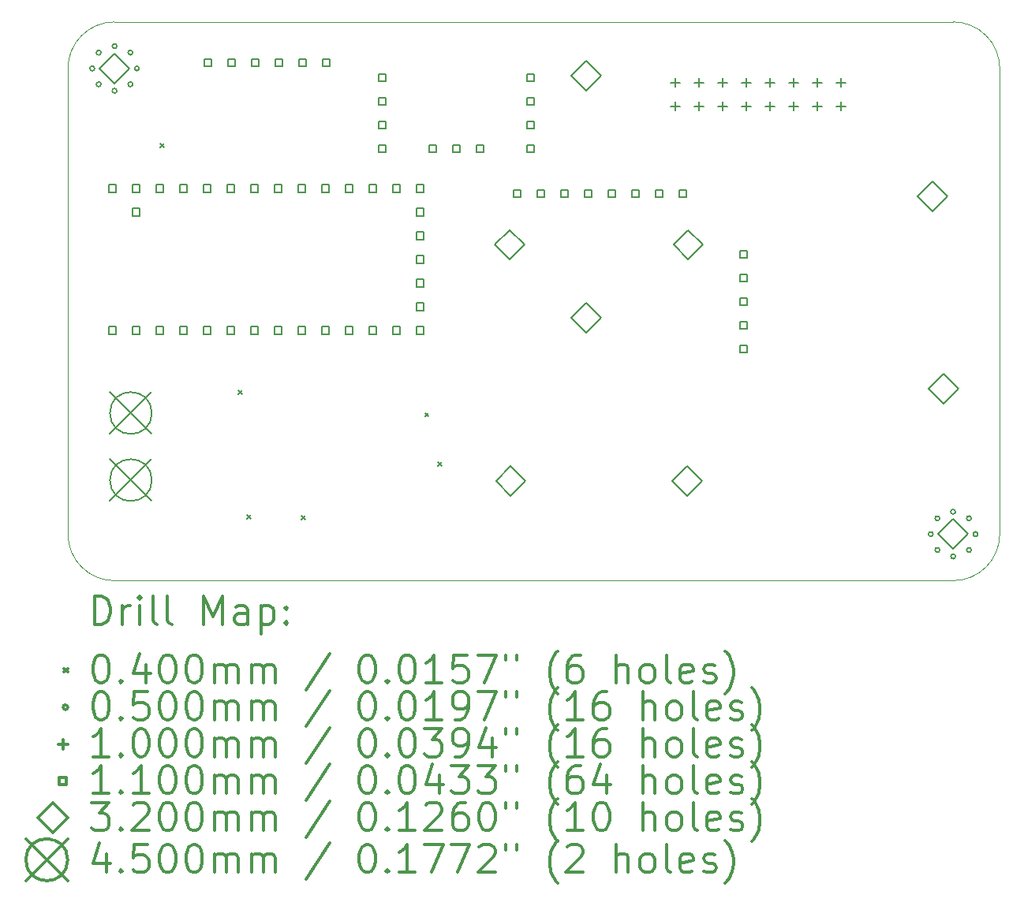
<source format=gbr>
%FSLAX45Y45*%
G04 Gerber Fmt 4.5, Leading zero omitted, Abs format (unit mm)*
G04 Created by KiCad (PCBNEW 5.1.10-88a1d61d58~88~ubuntu18.04.1) date 2021-05-26 16:46:39*
%MOMM*%
%LPD*%
G01*
G04 APERTURE LIST*
%TA.AperFunction,Profile*%
%ADD10C,0.050000*%
%TD*%
%ADD11C,0.200000*%
%ADD12C,0.300000*%
G04 APERTURE END LIST*
D10*
X13500000Y-9000000D02*
G75*
G02*
X13000000Y-9500000I-500000J0D01*
G01*
X4000000Y-9500000D02*
G75*
G02*
X3500000Y-9000000I0J500000D01*
G01*
X3500000Y-4000000D02*
G75*
G02*
X4000000Y-3500000I500000J0D01*
G01*
X13000000Y-3500000D02*
G75*
G02*
X13500000Y-4000000I0J-500000D01*
G01*
X3500000Y-9000000D02*
X3500000Y-4000000D01*
X13000000Y-9500000D02*
X4000000Y-9500000D01*
X13500000Y-4000000D02*
X13500000Y-9000000D01*
X4000000Y-3500000D02*
X13000000Y-3500000D01*
D11*
X4490002Y-4805000D02*
X4530002Y-4845000D01*
X4530002Y-4805000D02*
X4490002Y-4845000D01*
X5330000Y-7455000D02*
X5370000Y-7495000D01*
X5370000Y-7455000D02*
X5330000Y-7495000D01*
X5423749Y-8796251D02*
X5463749Y-8836251D01*
X5463749Y-8796251D02*
X5423749Y-8836251D01*
X6006250Y-8801250D02*
X6046250Y-8841250D01*
X6046250Y-8801250D02*
X6006250Y-8841250D01*
X7331250Y-7698750D02*
X7371250Y-7738750D01*
X7371250Y-7698750D02*
X7331250Y-7738750D01*
X7470000Y-8230000D02*
X7510000Y-8270000D01*
X7510000Y-8230000D02*
X7470000Y-8270000D01*
X3785000Y-4000000D02*
G75*
G03*
X3785000Y-4000000I-25000J0D01*
G01*
X3855294Y-3830294D02*
G75*
G03*
X3855294Y-3830294I-25000J0D01*
G01*
X3855294Y-4169706D02*
G75*
G03*
X3855294Y-4169706I-25000J0D01*
G01*
X4025000Y-3760000D02*
G75*
G03*
X4025000Y-3760000I-25000J0D01*
G01*
X4025000Y-4240000D02*
G75*
G03*
X4025000Y-4240000I-25000J0D01*
G01*
X4194706Y-3830294D02*
G75*
G03*
X4194706Y-3830294I-25000J0D01*
G01*
X4194706Y-4169706D02*
G75*
G03*
X4194706Y-4169706I-25000J0D01*
G01*
X4265000Y-4000000D02*
G75*
G03*
X4265000Y-4000000I-25000J0D01*
G01*
X12785000Y-9000000D02*
G75*
G03*
X12785000Y-9000000I-25000J0D01*
G01*
X12855294Y-8830294D02*
G75*
G03*
X12855294Y-8830294I-25000J0D01*
G01*
X12855294Y-9169706D02*
G75*
G03*
X12855294Y-9169706I-25000J0D01*
G01*
X13025000Y-8760000D02*
G75*
G03*
X13025000Y-8760000I-25000J0D01*
G01*
X13025000Y-9240000D02*
G75*
G03*
X13025000Y-9240000I-25000J0D01*
G01*
X13194706Y-8830294D02*
G75*
G03*
X13194706Y-8830294I-25000J0D01*
G01*
X13194706Y-9169706D02*
G75*
G03*
X13194706Y-9169706I-25000J0D01*
G01*
X13265000Y-9000000D02*
G75*
G03*
X13265000Y-9000000I-25000J0D01*
G01*
X10017000Y-4100000D02*
X10017000Y-4200000D01*
X9967000Y-4150000D02*
X10067000Y-4150000D01*
X10017000Y-4354000D02*
X10017000Y-4454000D01*
X9967000Y-4404000D02*
X10067000Y-4404000D01*
X10271000Y-4100000D02*
X10271000Y-4200000D01*
X10221000Y-4150000D02*
X10321000Y-4150000D01*
X10271000Y-4354000D02*
X10271000Y-4454000D01*
X10221000Y-4404000D02*
X10321000Y-4404000D01*
X10525000Y-4100000D02*
X10525000Y-4200000D01*
X10475000Y-4150000D02*
X10575000Y-4150000D01*
X10525000Y-4354000D02*
X10525000Y-4454000D01*
X10475000Y-4404000D02*
X10575000Y-4404000D01*
X10779000Y-4100000D02*
X10779000Y-4200000D01*
X10729000Y-4150000D02*
X10829000Y-4150000D01*
X10779000Y-4354000D02*
X10779000Y-4454000D01*
X10729000Y-4404000D02*
X10829000Y-4404000D01*
X11033000Y-4100000D02*
X11033000Y-4200000D01*
X10983000Y-4150000D02*
X11083000Y-4150000D01*
X11033000Y-4354000D02*
X11033000Y-4454000D01*
X10983000Y-4404000D02*
X11083000Y-4404000D01*
X11287000Y-4100000D02*
X11287000Y-4200000D01*
X11237000Y-4150000D02*
X11337000Y-4150000D01*
X11287000Y-4354000D02*
X11287000Y-4454000D01*
X11237000Y-4404000D02*
X11337000Y-4404000D01*
X11541000Y-4100000D02*
X11541000Y-4200000D01*
X11491000Y-4150000D02*
X11591000Y-4150000D01*
X11541000Y-4354000D02*
X11541000Y-4454000D01*
X11491000Y-4404000D02*
X11591000Y-4404000D01*
X11795000Y-4100000D02*
X11795000Y-4200000D01*
X11745000Y-4150000D02*
X11845000Y-4150000D01*
X11795000Y-4354000D02*
X11795000Y-4454000D01*
X11745000Y-4404000D02*
X11845000Y-4404000D01*
X4012891Y-5326891D02*
X4012891Y-5249109D01*
X3935109Y-5249109D01*
X3935109Y-5326891D01*
X4012891Y-5326891D01*
X4012891Y-6850891D02*
X4012891Y-6773109D01*
X3935109Y-6773109D01*
X3935109Y-6850891D01*
X4012891Y-6850891D01*
X4266891Y-5326891D02*
X4266891Y-5249109D01*
X4189109Y-5249109D01*
X4189109Y-5326891D01*
X4266891Y-5326891D01*
X4266891Y-5580891D02*
X4266891Y-5503109D01*
X4189109Y-5503109D01*
X4189109Y-5580891D01*
X4266891Y-5580891D01*
X4266891Y-6850891D02*
X4266891Y-6773109D01*
X4189109Y-6773109D01*
X4189109Y-6850891D01*
X4266891Y-6850891D01*
X4520891Y-5326891D02*
X4520891Y-5249109D01*
X4443109Y-5249109D01*
X4443109Y-5326891D01*
X4520891Y-5326891D01*
X4520891Y-6850891D02*
X4520891Y-6773109D01*
X4443109Y-6773109D01*
X4443109Y-6850891D01*
X4520891Y-6850891D01*
X4774891Y-5326891D02*
X4774891Y-5249109D01*
X4697109Y-5249109D01*
X4697109Y-5326891D01*
X4774891Y-5326891D01*
X4774891Y-6850891D02*
X4774891Y-6773109D01*
X4697109Y-6773109D01*
X4697109Y-6850891D01*
X4774891Y-6850891D01*
X5028891Y-5326891D02*
X5028891Y-5249109D01*
X4951109Y-5249109D01*
X4951109Y-5326891D01*
X5028891Y-5326891D01*
X5028891Y-6850891D02*
X5028891Y-6773109D01*
X4951109Y-6773109D01*
X4951109Y-6850891D01*
X5028891Y-6850891D01*
X5038891Y-3977891D02*
X5038891Y-3900109D01*
X4961109Y-3900109D01*
X4961109Y-3977891D01*
X5038891Y-3977891D01*
X5282891Y-5326891D02*
X5282891Y-5249109D01*
X5205109Y-5249109D01*
X5205109Y-5326891D01*
X5282891Y-5326891D01*
X5282891Y-6850891D02*
X5282891Y-6773109D01*
X5205109Y-6773109D01*
X5205109Y-6850891D01*
X5282891Y-6850891D01*
X5292891Y-3977891D02*
X5292891Y-3900109D01*
X5215109Y-3900109D01*
X5215109Y-3977891D01*
X5292891Y-3977891D01*
X5536891Y-5326891D02*
X5536891Y-5249109D01*
X5459109Y-5249109D01*
X5459109Y-5326891D01*
X5536891Y-5326891D01*
X5536891Y-6850891D02*
X5536891Y-6773109D01*
X5459109Y-6773109D01*
X5459109Y-6850891D01*
X5536891Y-6850891D01*
X5546891Y-3977891D02*
X5546891Y-3900109D01*
X5469109Y-3900109D01*
X5469109Y-3977891D01*
X5546891Y-3977891D01*
X5790891Y-5326891D02*
X5790891Y-5249109D01*
X5713109Y-5249109D01*
X5713109Y-5326891D01*
X5790891Y-5326891D01*
X5790891Y-6850891D02*
X5790891Y-6773109D01*
X5713109Y-6773109D01*
X5713109Y-6850891D01*
X5790891Y-6850891D01*
X5800891Y-3977891D02*
X5800891Y-3900109D01*
X5723109Y-3900109D01*
X5723109Y-3977891D01*
X5800891Y-3977891D01*
X6044891Y-5326891D02*
X6044891Y-5249109D01*
X5967109Y-5249109D01*
X5967109Y-5326891D01*
X6044891Y-5326891D01*
X6044891Y-6850891D02*
X6044891Y-6773109D01*
X5967109Y-6773109D01*
X5967109Y-6850891D01*
X6044891Y-6850891D01*
X6054891Y-3977891D02*
X6054891Y-3900109D01*
X5977109Y-3900109D01*
X5977109Y-3977891D01*
X6054891Y-3977891D01*
X6298891Y-5326891D02*
X6298891Y-5249109D01*
X6221109Y-5249109D01*
X6221109Y-5326891D01*
X6298891Y-5326891D01*
X6298891Y-6850891D02*
X6298891Y-6773109D01*
X6221109Y-6773109D01*
X6221109Y-6850891D01*
X6298891Y-6850891D01*
X6308891Y-3977891D02*
X6308891Y-3900109D01*
X6231109Y-3900109D01*
X6231109Y-3977891D01*
X6308891Y-3977891D01*
X6552891Y-5326891D02*
X6552891Y-5249109D01*
X6475109Y-5249109D01*
X6475109Y-5326891D01*
X6552891Y-5326891D01*
X6552891Y-6850891D02*
X6552891Y-6773109D01*
X6475109Y-6773109D01*
X6475109Y-6850891D01*
X6552891Y-6850891D01*
X6806891Y-5326891D02*
X6806891Y-5249109D01*
X6729109Y-5249109D01*
X6729109Y-5326891D01*
X6806891Y-5326891D01*
X6806891Y-6850891D02*
X6806891Y-6773109D01*
X6729109Y-6773109D01*
X6729109Y-6850891D01*
X6806891Y-6850891D01*
X6911891Y-4135891D02*
X6911891Y-4058109D01*
X6834109Y-4058109D01*
X6834109Y-4135891D01*
X6911891Y-4135891D01*
X6911891Y-4389891D02*
X6911891Y-4312109D01*
X6834109Y-4312109D01*
X6834109Y-4389891D01*
X6911891Y-4389891D01*
X6911891Y-4643891D02*
X6911891Y-4566109D01*
X6834109Y-4566109D01*
X6834109Y-4643891D01*
X6911891Y-4643891D01*
X6911891Y-4897891D02*
X6911891Y-4820109D01*
X6834109Y-4820109D01*
X6834109Y-4897891D01*
X6911891Y-4897891D01*
X7060891Y-5326891D02*
X7060891Y-5249109D01*
X6983109Y-5249109D01*
X6983109Y-5326891D01*
X7060891Y-5326891D01*
X7060891Y-6850891D02*
X7060891Y-6773109D01*
X6983109Y-6773109D01*
X6983109Y-6850891D01*
X7060891Y-6850891D01*
X7314891Y-5326891D02*
X7314891Y-5249109D01*
X7237109Y-5249109D01*
X7237109Y-5326891D01*
X7314891Y-5326891D01*
X7314891Y-5580891D02*
X7314891Y-5503109D01*
X7237109Y-5503109D01*
X7237109Y-5580891D01*
X7314891Y-5580891D01*
X7314891Y-5834891D02*
X7314891Y-5757109D01*
X7237109Y-5757109D01*
X7237109Y-5834891D01*
X7314891Y-5834891D01*
X7314891Y-6088891D02*
X7314891Y-6011109D01*
X7237109Y-6011109D01*
X7237109Y-6088891D01*
X7314891Y-6088891D01*
X7314891Y-6342891D02*
X7314891Y-6265109D01*
X7237109Y-6265109D01*
X7237109Y-6342891D01*
X7314891Y-6342891D01*
X7314891Y-6596891D02*
X7314891Y-6519109D01*
X7237109Y-6519109D01*
X7237109Y-6596891D01*
X7314891Y-6596891D01*
X7314891Y-6850891D02*
X7314891Y-6773109D01*
X7237109Y-6773109D01*
X7237109Y-6850891D01*
X7314891Y-6850891D01*
X7454891Y-4902891D02*
X7454891Y-4825109D01*
X7377109Y-4825109D01*
X7377109Y-4902891D01*
X7454891Y-4902891D01*
X7708891Y-4902891D02*
X7708891Y-4825109D01*
X7631109Y-4825109D01*
X7631109Y-4902891D01*
X7708891Y-4902891D01*
X7962891Y-4902891D02*
X7962891Y-4825109D01*
X7885109Y-4825109D01*
X7885109Y-4902891D01*
X7962891Y-4902891D01*
X8358391Y-5384891D02*
X8358391Y-5307109D01*
X8280609Y-5307109D01*
X8280609Y-5384891D01*
X8358391Y-5384891D01*
X8505891Y-4135891D02*
X8505891Y-4058109D01*
X8428109Y-4058109D01*
X8428109Y-4135891D01*
X8505891Y-4135891D01*
X8505891Y-4389891D02*
X8505891Y-4312109D01*
X8428109Y-4312109D01*
X8428109Y-4389891D01*
X8505891Y-4389891D01*
X8505891Y-4643891D02*
X8505891Y-4566109D01*
X8428109Y-4566109D01*
X8428109Y-4643891D01*
X8505891Y-4643891D01*
X8505891Y-4897891D02*
X8505891Y-4820109D01*
X8428109Y-4820109D01*
X8428109Y-4897891D01*
X8505891Y-4897891D01*
X8612391Y-5384891D02*
X8612391Y-5307109D01*
X8534609Y-5307109D01*
X8534609Y-5384891D01*
X8612391Y-5384891D01*
X8866391Y-5384891D02*
X8866391Y-5307109D01*
X8788609Y-5307109D01*
X8788609Y-5384891D01*
X8866391Y-5384891D01*
X9120391Y-5384891D02*
X9120391Y-5307109D01*
X9042609Y-5307109D01*
X9042609Y-5384891D01*
X9120391Y-5384891D01*
X9374391Y-5384891D02*
X9374391Y-5307109D01*
X9296609Y-5307109D01*
X9296609Y-5384891D01*
X9374391Y-5384891D01*
X9628391Y-5384891D02*
X9628391Y-5307109D01*
X9550609Y-5307109D01*
X9550609Y-5384891D01*
X9628391Y-5384891D01*
X9882391Y-5384891D02*
X9882391Y-5307109D01*
X9804609Y-5307109D01*
X9804609Y-5384891D01*
X9882391Y-5384891D01*
X10136391Y-5384891D02*
X10136391Y-5307109D01*
X10058609Y-5307109D01*
X10058609Y-5384891D01*
X10136391Y-5384891D01*
X10786891Y-6036891D02*
X10786891Y-5959109D01*
X10709109Y-5959109D01*
X10709109Y-6036891D01*
X10786891Y-6036891D01*
X10786891Y-6290891D02*
X10786891Y-6213109D01*
X10709109Y-6213109D01*
X10709109Y-6290891D01*
X10786891Y-6290891D01*
X10786891Y-6544891D02*
X10786891Y-6467109D01*
X10709109Y-6467109D01*
X10709109Y-6544891D01*
X10786891Y-6544891D01*
X10786891Y-6798891D02*
X10786891Y-6721109D01*
X10709109Y-6721109D01*
X10709109Y-6798891D01*
X10786891Y-6798891D01*
X10786891Y-7052891D02*
X10786891Y-6975109D01*
X10709109Y-6975109D01*
X10709109Y-7052891D01*
X10786891Y-7052891D01*
X4000000Y-4160000D02*
X4160000Y-4000000D01*
X4000000Y-3840000D01*
X3840000Y-4000000D01*
X4000000Y-4160000D01*
X8242500Y-6053000D02*
X8402500Y-5893000D01*
X8242500Y-5733000D01*
X8082500Y-5893000D01*
X8242500Y-6053000D01*
X8252500Y-8587000D02*
X8412500Y-8427000D01*
X8252500Y-8267000D01*
X8092500Y-8427000D01*
X8252500Y-8587000D01*
X9059000Y-4235000D02*
X9219000Y-4075000D01*
X9059000Y-3915000D01*
X8899000Y-4075000D01*
X9059000Y-4235000D01*
X9059000Y-6835000D02*
X9219000Y-6675000D01*
X9059000Y-6515000D01*
X8899000Y-6675000D01*
X9059000Y-6835000D01*
X10147500Y-8587000D02*
X10307500Y-8427000D01*
X10147500Y-8267000D01*
X9987500Y-8427000D01*
X10147500Y-8587000D01*
X10157500Y-6053000D02*
X10317500Y-5893000D01*
X10157500Y-5733000D01*
X9997500Y-5893000D01*
X10157500Y-6053000D01*
X12778000Y-5535000D02*
X12938000Y-5375000D01*
X12778000Y-5215000D01*
X12618000Y-5375000D01*
X12778000Y-5535000D01*
X12894000Y-7596000D02*
X13054000Y-7436000D01*
X12894000Y-7276000D01*
X12734000Y-7436000D01*
X12894000Y-7596000D01*
X13000000Y-9160000D02*
X13160000Y-9000000D01*
X13000000Y-8840000D01*
X12840000Y-9000000D01*
X13000000Y-9160000D01*
X3950000Y-7475000D02*
X4400000Y-7925000D01*
X4400000Y-7475000D02*
X3950000Y-7925000D01*
X4400000Y-7700000D02*
G75*
G03*
X4400000Y-7700000I-225000J0D01*
G01*
X3950000Y-8195000D02*
X4400000Y-8645000D01*
X4400000Y-8195000D02*
X3950000Y-8645000D01*
X4400000Y-8420000D02*
G75*
G03*
X4400000Y-8420000I-225000J0D01*
G01*
D12*
X3783928Y-9968214D02*
X3783928Y-9668214D01*
X3855357Y-9668214D01*
X3898214Y-9682500D01*
X3926786Y-9711072D01*
X3941071Y-9739643D01*
X3955357Y-9796786D01*
X3955357Y-9839643D01*
X3941071Y-9896786D01*
X3926786Y-9925357D01*
X3898214Y-9953929D01*
X3855357Y-9968214D01*
X3783928Y-9968214D01*
X4083928Y-9968214D02*
X4083928Y-9768214D01*
X4083928Y-9825357D02*
X4098214Y-9796786D01*
X4112500Y-9782500D01*
X4141071Y-9768214D01*
X4169643Y-9768214D01*
X4269643Y-9968214D02*
X4269643Y-9768214D01*
X4269643Y-9668214D02*
X4255357Y-9682500D01*
X4269643Y-9696786D01*
X4283928Y-9682500D01*
X4269643Y-9668214D01*
X4269643Y-9696786D01*
X4455357Y-9968214D02*
X4426786Y-9953929D01*
X4412500Y-9925357D01*
X4412500Y-9668214D01*
X4612500Y-9968214D02*
X4583928Y-9953929D01*
X4569643Y-9925357D01*
X4569643Y-9668214D01*
X4955357Y-9968214D02*
X4955357Y-9668214D01*
X5055357Y-9882500D01*
X5155357Y-9668214D01*
X5155357Y-9968214D01*
X5426786Y-9968214D02*
X5426786Y-9811072D01*
X5412500Y-9782500D01*
X5383928Y-9768214D01*
X5326786Y-9768214D01*
X5298214Y-9782500D01*
X5426786Y-9953929D02*
X5398214Y-9968214D01*
X5326786Y-9968214D01*
X5298214Y-9953929D01*
X5283928Y-9925357D01*
X5283928Y-9896786D01*
X5298214Y-9868214D01*
X5326786Y-9853929D01*
X5398214Y-9853929D01*
X5426786Y-9839643D01*
X5569643Y-9768214D02*
X5569643Y-10068214D01*
X5569643Y-9782500D02*
X5598214Y-9768214D01*
X5655357Y-9768214D01*
X5683928Y-9782500D01*
X5698214Y-9796786D01*
X5712500Y-9825357D01*
X5712500Y-9911072D01*
X5698214Y-9939643D01*
X5683928Y-9953929D01*
X5655357Y-9968214D01*
X5598214Y-9968214D01*
X5569643Y-9953929D01*
X5841071Y-9939643D02*
X5855357Y-9953929D01*
X5841071Y-9968214D01*
X5826786Y-9953929D01*
X5841071Y-9939643D01*
X5841071Y-9968214D01*
X5841071Y-9782500D02*
X5855357Y-9796786D01*
X5841071Y-9811072D01*
X5826786Y-9796786D01*
X5841071Y-9782500D01*
X5841071Y-9811072D01*
X3457500Y-10442500D02*
X3497500Y-10482500D01*
X3497500Y-10442500D02*
X3457500Y-10482500D01*
X3841071Y-10298214D02*
X3869643Y-10298214D01*
X3898214Y-10312500D01*
X3912500Y-10326786D01*
X3926786Y-10355357D01*
X3941071Y-10412500D01*
X3941071Y-10483929D01*
X3926786Y-10541072D01*
X3912500Y-10569643D01*
X3898214Y-10583929D01*
X3869643Y-10598214D01*
X3841071Y-10598214D01*
X3812500Y-10583929D01*
X3798214Y-10569643D01*
X3783928Y-10541072D01*
X3769643Y-10483929D01*
X3769643Y-10412500D01*
X3783928Y-10355357D01*
X3798214Y-10326786D01*
X3812500Y-10312500D01*
X3841071Y-10298214D01*
X4069643Y-10569643D02*
X4083928Y-10583929D01*
X4069643Y-10598214D01*
X4055357Y-10583929D01*
X4069643Y-10569643D01*
X4069643Y-10598214D01*
X4341071Y-10398214D02*
X4341071Y-10598214D01*
X4269643Y-10283929D02*
X4198214Y-10498214D01*
X4383928Y-10498214D01*
X4555357Y-10298214D02*
X4583928Y-10298214D01*
X4612500Y-10312500D01*
X4626786Y-10326786D01*
X4641071Y-10355357D01*
X4655357Y-10412500D01*
X4655357Y-10483929D01*
X4641071Y-10541072D01*
X4626786Y-10569643D01*
X4612500Y-10583929D01*
X4583928Y-10598214D01*
X4555357Y-10598214D01*
X4526786Y-10583929D01*
X4512500Y-10569643D01*
X4498214Y-10541072D01*
X4483928Y-10483929D01*
X4483928Y-10412500D01*
X4498214Y-10355357D01*
X4512500Y-10326786D01*
X4526786Y-10312500D01*
X4555357Y-10298214D01*
X4841071Y-10298214D02*
X4869643Y-10298214D01*
X4898214Y-10312500D01*
X4912500Y-10326786D01*
X4926786Y-10355357D01*
X4941071Y-10412500D01*
X4941071Y-10483929D01*
X4926786Y-10541072D01*
X4912500Y-10569643D01*
X4898214Y-10583929D01*
X4869643Y-10598214D01*
X4841071Y-10598214D01*
X4812500Y-10583929D01*
X4798214Y-10569643D01*
X4783928Y-10541072D01*
X4769643Y-10483929D01*
X4769643Y-10412500D01*
X4783928Y-10355357D01*
X4798214Y-10326786D01*
X4812500Y-10312500D01*
X4841071Y-10298214D01*
X5069643Y-10598214D02*
X5069643Y-10398214D01*
X5069643Y-10426786D02*
X5083928Y-10412500D01*
X5112500Y-10398214D01*
X5155357Y-10398214D01*
X5183928Y-10412500D01*
X5198214Y-10441072D01*
X5198214Y-10598214D01*
X5198214Y-10441072D02*
X5212500Y-10412500D01*
X5241071Y-10398214D01*
X5283928Y-10398214D01*
X5312500Y-10412500D01*
X5326786Y-10441072D01*
X5326786Y-10598214D01*
X5469643Y-10598214D02*
X5469643Y-10398214D01*
X5469643Y-10426786D02*
X5483928Y-10412500D01*
X5512500Y-10398214D01*
X5555357Y-10398214D01*
X5583928Y-10412500D01*
X5598214Y-10441072D01*
X5598214Y-10598214D01*
X5598214Y-10441072D02*
X5612500Y-10412500D01*
X5641071Y-10398214D01*
X5683928Y-10398214D01*
X5712500Y-10412500D01*
X5726786Y-10441072D01*
X5726786Y-10598214D01*
X6312500Y-10283929D02*
X6055357Y-10669643D01*
X6698214Y-10298214D02*
X6726786Y-10298214D01*
X6755357Y-10312500D01*
X6769643Y-10326786D01*
X6783928Y-10355357D01*
X6798214Y-10412500D01*
X6798214Y-10483929D01*
X6783928Y-10541072D01*
X6769643Y-10569643D01*
X6755357Y-10583929D01*
X6726786Y-10598214D01*
X6698214Y-10598214D01*
X6669643Y-10583929D01*
X6655357Y-10569643D01*
X6641071Y-10541072D01*
X6626786Y-10483929D01*
X6626786Y-10412500D01*
X6641071Y-10355357D01*
X6655357Y-10326786D01*
X6669643Y-10312500D01*
X6698214Y-10298214D01*
X6926786Y-10569643D02*
X6941071Y-10583929D01*
X6926786Y-10598214D01*
X6912500Y-10583929D01*
X6926786Y-10569643D01*
X6926786Y-10598214D01*
X7126786Y-10298214D02*
X7155357Y-10298214D01*
X7183928Y-10312500D01*
X7198214Y-10326786D01*
X7212500Y-10355357D01*
X7226786Y-10412500D01*
X7226786Y-10483929D01*
X7212500Y-10541072D01*
X7198214Y-10569643D01*
X7183928Y-10583929D01*
X7155357Y-10598214D01*
X7126786Y-10598214D01*
X7098214Y-10583929D01*
X7083928Y-10569643D01*
X7069643Y-10541072D01*
X7055357Y-10483929D01*
X7055357Y-10412500D01*
X7069643Y-10355357D01*
X7083928Y-10326786D01*
X7098214Y-10312500D01*
X7126786Y-10298214D01*
X7512500Y-10598214D02*
X7341071Y-10598214D01*
X7426786Y-10598214D02*
X7426786Y-10298214D01*
X7398214Y-10341072D01*
X7369643Y-10369643D01*
X7341071Y-10383929D01*
X7783928Y-10298214D02*
X7641071Y-10298214D01*
X7626786Y-10441072D01*
X7641071Y-10426786D01*
X7669643Y-10412500D01*
X7741071Y-10412500D01*
X7769643Y-10426786D01*
X7783928Y-10441072D01*
X7798214Y-10469643D01*
X7798214Y-10541072D01*
X7783928Y-10569643D01*
X7769643Y-10583929D01*
X7741071Y-10598214D01*
X7669643Y-10598214D01*
X7641071Y-10583929D01*
X7626786Y-10569643D01*
X7898214Y-10298214D02*
X8098214Y-10298214D01*
X7969643Y-10598214D01*
X8198214Y-10298214D02*
X8198214Y-10355357D01*
X8312500Y-10298214D02*
X8312500Y-10355357D01*
X8755357Y-10712500D02*
X8741071Y-10698214D01*
X8712500Y-10655357D01*
X8698214Y-10626786D01*
X8683928Y-10583929D01*
X8669643Y-10512500D01*
X8669643Y-10455357D01*
X8683928Y-10383929D01*
X8698214Y-10341072D01*
X8712500Y-10312500D01*
X8741071Y-10269643D01*
X8755357Y-10255357D01*
X8998214Y-10298214D02*
X8941071Y-10298214D01*
X8912500Y-10312500D01*
X8898214Y-10326786D01*
X8869643Y-10369643D01*
X8855357Y-10426786D01*
X8855357Y-10541072D01*
X8869643Y-10569643D01*
X8883928Y-10583929D01*
X8912500Y-10598214D01*
X8969643Y-10598214D01*
X8998214Y-10583929D01*
X9012500Y-10569643D01*
X9026786Y-10541072D01*
X9026786Y-10469643D01*
X9012500Y-10441072D01*
X8998214Y-10426786D01*
X8969643Y-10412500D01*
X8912500Y-10412500D01*
X8883928Y-10426786D01*
X8869643Y-10441072D01*
X8855357Y-10469643D01*
X9383928Y-10598214D02*
X9383928Y-10298214D01*
X9512500Y-10598214D02*
X9512500Y-10441072D01*
X9498214Y-10412500D01*
X9469643Y-10398214D01*
X9426786Y-10398214D01*
X9398214Y-10412500D01*
X9383928Y-10426786D01*
X9698214Y-10598214D02*
X9669643Y-10583929D01*
X9655357Y-10569643D01*
X9641071Y-10541072D01*
X9641071Y-10455357D01*
X9655357Y-10426786D01*
X9669643Y-10412500D01*
X9698214Y-10398214D01*
X9741071Y-10398214D01*
X9769643Y-10412500D01*
X9783928Y-10426786D01*
X9798214Y-10455357D01*
X9798214Y-10541072D01*
X9783928Y-10569643D01*
X9769643Y-10583929D01*
X9741071Y-10598214D01*
X9698214Y-10598214D01*
X9969643Y-10598214D02*
X9941071Y-10583929D01*
X9926786Y-10555357D01*
X9926786Y-10298214D01*
X10198214Y-10583929D02*
X10169643Y-10598214D01*
X10112500Y-10598214D01*
X10083928Y-10583929D01*
X10069643Y-10555357D01*
X10069643Y-10441072D01*
X10083928Y-10412500D01*
X10112500Y-10398214D01*
X10169643Y-10398214D01*
X10198214Y-10412500D01*
X10212500Y-10441072D01*
X10212500Y-10469643D01*
X10069643Y-10498214D01*
X10326786Y-10583929D02*
X10355357Y-10598214D01*
X10412500Y-10598214D01*
X10441071Y-10583929D01*
X10455357Y-10555357D01*
X10455357Y-10541072D01*
X10441071Y-10512500D01*
X10412500Y-10498214D01*
X10369643Y-10498214D01*
X10341071Y-10483929D01*
X10326786Y-10455357D01*
X10326786Y-10441072D01*
X10341071Y-10412500D01*
X10369643Y-10398214D01*
X10412500Y-10398214D01*
X10441071Y-10412500D01*
X10555357Y-10712500D02*
X10569643Y-10698214D01*
X10598214Y-10655357D01*
X10612500Y-10626786D01*
X10626786Y-10583929D01*
X10641071Y-10512500D01*
X10641071Y-10455357D01*
X10626786Y-10383929D01*
X10612500Y-10341072D01*
X10598214Y-10312500D01*
X10569643Y-10269643D01*
X10555357Y-10255357D01*
X3497500Y-10858500D02*
G75*
G03*
X3497500Y-10858500I-25000J0D01*
G01*
X3841071Y-10694214D02*
X3869643Y-10694214D01*
X3898214Y-10708500D01*
X3912500Y-10722786D01*
X3926786Y-10751357D01*
X3941071Y-10808500D01*
X3941071Y-10879929D01*
X3926786Y-10937072D01*
X3912500Y-10965643D01*
X3898214Y-10979929D01*
X3869643Y-10994214D01*
X3841071Y-10994214D01*
X3812500Y-10979929D01*
X3798214Y-10965643D01*
X3783928Y-10937072D01*
X3769643Y-10879929D01*
X3769643Y-10808500D01*
X3783928Y-10751357D01*
X3798214Y-10722786D01*
X3812500Y-10708500D01*
X3841071Y-10694214D01*
X4069643Y-10965643D02*
X4083928Y-10979929D01*
X4069643Y-10994214D01*
X4055357Y-10979929D01*
X4069643Y-10965643D01*
X4069643Y-10994214D01*
X4355357Y-10694214D02*
X4212500Y-10694214D01*
X4198214Y-10837072D01*
X4212500Y-10822786D01*
X4241071Y-10808500D01*
X4312500Y-10808500D01*
X4341071Y-10822786D01*
X4355357Y-10837072D01*
X4369643Y-10865643D01*
X4369643Y-10937072D01*
X4355357Y-10965643D01*
X4341071Y-10979929D01*
X4312500Y-10994214D01*
X4241071Y-10994214D01*
X4212500Y-10979929D01*
X4198214Y-10965643D01*
X4555357Y-10694214D02*
X4583928Y-10694214D01*
X4612500Y-10708500D01*
X4626786Y-10722786D01*
X4641071Y-10751357D01*
X4655357Y-10808500D01*
X4655357Y-10879929D01*
X4641071Y-10937072D01*
X4626786Y-10965643D01*
X4612500Y-10979929D01*
X4583928Y-10994214D01*
X4555357Y-10994214D01*
X4526786Y-10979929D01*
X4512500Y-10965643D01*
X4498214Y-10937072D01*
X4483928Y-10879929D01*
X4483928Y-10808500D01*
X4498214Y-10751357D01*
X4512500Y-10722786D01*
X4526786Y-10708500D01*
X4555357Y-10694214D01*
X4841071Y-10694214D02*
X4869643Y-10694214D01*
X4898214Y-10708500D01*
X4912500Y-10722786D01*
X4926786Y-10751357D01*
X4941071Y-10808500D01*
X4941071Y-10879929D01*
X4926786Y-10937072D01*
X4912500Y-10965643D01*
X4898214Y-10979929D01*
X4869643Y-10994214D01*
X4841071Y-10994214D01*
X4812500Y-10979929D01*
X4798214Y-10965643D01*
X4783928Y-10937072D01*
X4769643Y-10879929D01*
X4769643Y-10808500D01*
X4783928Y-10751357D01*
X4798214Y-10722786D01*
X4812500Y-10708500D01*
X4841071Y-10694214D01*
X5069643Y-10994214D02*
X5069643Y-10794214D01*
X5069643Y-10822786D02*
X5083928Y-10808500D01*
X5112500Y-10794214D01*
X5155357Y-10794214D01*
X5183928Y-10808500D01*
X5198214Y-10837072D01*
X5198214Y-10994214D01*
X5198214Y-10837072D02*
X5212500Y-10808500D01*
X5241071Y-10794214D01*
X5283928Y-10794214D01*
X5312500Y-10808500D01*
X5326786Y-10837072D01*
X5326786Y-10994214D01*
X5469643Y-10994214D02*
X5469643Y-10794214D01*
X5469643Y-10822786D02*
X5483928Y-10808500D01*
X5512500Y-10794214D01*
X5555357Y-10794214D01*
X5583928Y-10808500D01*
X5598214Y-10837072D01*
X5598214Y-10994214D01*
X5598214Y-10837072D02*
X5612500Y-10808500D01*
X5641071Y-10794214D01*
X5683928Y-10794214D01*
X5712500Y-10808500D01*
X5726786Y-10837072D01*
X5726786Y-10994214D01*
X6312500Y-10679929D02*
X6055357Y-11065643D01*
X6698214Y-10694214D02*
X6726786Y-10694214D01*
X6755357Y-10708500D01*
X6769643Y-10722786D01*
X6783928Y-10751357D01*
X6798214Y-10808500D01*
X6798214Y-10879929D01*
X6783928Y-10937072D01*
X6769643Y-10965643D01*
X6755357Y-10979929D01*
X6726786Y-10994214D01*
X6698214Y-10994214D01*
X6669643Y-10979929D01*
X6655357Y-10965643D01*
X6641071Y-10937072D01*
X6626786Y-10879929D01*
X6626786Y-10808500D01*
X6641071Y-10751357D01*
X6655357Y-10722786D01*
X6669643Y-10708500D01*
X6698214Y-10694214D01*
X6926786Y-10965643D02*
X6941071Y-10979929D01*
X6926786Y-10994214D01*
X6912500Y-10979929D01*
X6926786Y-10965643D01*
X6926786Y-10994214D01*
X7126786Y-10694214D02*
X7155357Y-10694214D01*
X7183928Y-10708500D01*
X7198214Y-10722786D01*
X7212500Y-10751357D01*
X7226786Y-10808500D01*
X7226786Y-10879929D01*
X7212500Y-10937072D01*
X7198214Y-10965643D01*
X7183928Y-10979929D01*
X7155357Y-10994214D01*
X7126786Y-10994214D01*
X7098214Y-10979929D01*
X7083928Y-10965643D01*
X7069643Y-10937072D01*
X7055357Y-10879929D01*
X7055357Y-10808500D01*
X7069643Y-10751357D01*
X7083928Y-10722786D01*
X7098214Y-10708500D01*
X7126786Y-10694214D01*
X7512500Y-10994214D02*
X7341071Y-10994214D01*
X7426786Y-10994214D02*
X7426786Y-10694214D01*
X7398214Y-10737072D01*
X7369643Y-10765643D01*
X7341071Y-10779929D01*
X7655357Y-10994214D02*
X7712500Y-10994214D01*
X7741071Y-10979929D01*
X7755357Y-10965643D01*
X7783928Y-10922786D01*
X7798214Y-10865643D01*
X7798214Y-10751357D01*
X7783928Y-10722786D01*
X7769643Y-10708500D01*
X7741071Y-10694214D01*
X7683928Y-10694214D01*
X7655357Y-10708500D01*
X7641071Y-10722786D01*
X7626786Y-10751357D01*
X7626786Y-10822786D01*
X7641071Y-10851357D01*
X7655357Y-10865643D01*
X7683928Y-10879929D01*
X7741071Y-10879929D01*
X7769643Y-10865643D01*
X7783928Y-10851357D01*
X7798214Y-10822786D01*
X7898214Y-10694214D02*
X8098214Y-10694214D01*
X7969643Y-10994214D01*
X8198214Y-10694214D02*
X8198214Y-10751357D01*
X8312500Y-10694214D02*
X8312500Y-10751357D01*
X8755357Y-11108500D02*
X8741071Y-11094214D01*
X8712500Y-11051357D01*
X8698214Y-11022786D01*
X8683928Y-10979929D01*
X8669643Y-10908500D01*
X8669643Y-10851357D01*
X8683928Y-10779929D01*
X8698214Y-10737072D01*
X8712500Y-10708500D01*
X8741071Y-10665643D01*
X8755357Y-10651357D01*
X9026786Y-10994214D02*
X8855357Y-10994214D01*
X8941071Y-10994214D02*
X8941071Y-10694214D01*
X8912500Y-10737072D01*
X8883928Y-10765643D01*
X8855357Y-10779929D01*
X9283928Y-10694214D02*
X9226786Y-10694214D01*
X9198214Y-10708500D01*
X9183928Y-10722786D01*
X9155357Y-10765643D01*
X9141071Y-10822786D01*
X9141071Y-10937072D01*
X9155357Y-10965643D01*
X9169643Y-10979929D01*
X9198214Y-10994214D01*
X9255357Y-10994214D01*
X9283928Y-10979929D01*
X9298214Y-10965643D01*
X9312500Y-10937072D01*
X9312500Y-10865643D01*
X9298214Y-10837072D01*
X9283928Y-10822786D01*
X9255357Y-10808500D01*
X9198214Y-10808500D01*
X9169643Y-10822786D01*
X9155357Y-10837072D01*
X9141071Y-10865643D01*
X9669643Y-10994214D02*
X9669643Y-10694214D01*
X9798214Y-10994214D02*
X9798214Y-10837072D01*
X9783928Y-10808500D01*
X9755357Y-10794214D01*
X9712500Y-10794214D01*
X9683928Y-10808500D01*
X9669643Y-10822786D01*
X9983928Y-10994214D02*
X9955357Y-10979929D01*
X9941071Y-10965643D01*
X9926786Y-10937072D01*
X9926786Y-10851357D01*
X9941071Y-10822786D01*
X9955357Y-10808500D01*
X9983928Y-10794214D01*
X10026786Y-10794214D01*
X10055357Y-10808500D01*
X10069643Y-10822786D01*
X10083928Y-10851357D01*
X10083928Y-10937072D01*
X10069643Y-10965643D01*
X10055357Y-10979929D01*
X10026786Y-10994214D01*
X9983928Y-10994214D01*
X10255357Y-10994214D02*
X10226786Y-10979929D01*
X10212500Y-10951357D01*
X10212500Y-10694214D01*
X10483928Y-10979929D02*
X10455357Y-10994214D01*
X10398214Y-10994214D01*
X10369643Y-10979929D01*
X10355357Y-10951357D01*
X10355357Y-10837072D01*
X10369643Y-10808500D01*
X10398214Y-10794214D01*
X10455357Y-10794214D01*
X10483928Y-10808500D01*
X10498214Y-10837072D01*
X10498214Y-10865643D01*
X10355357Y-10894214D01*
X10612500Y-10979929D02*
X10641071Y-10994214D01*
X10698214Y-10994214D01*
X10726786Y-10979929D01*
X10741071Y-10951357D01*
X10741071Y-10937072D01*
X10726786Y-10908500D01*
X10698214Y-10894214D01*
X10655357Y-10894214D01*
X10626786Y-10879929D01*
X10612500Y-10851357D01*
X10612500Y-10837072D01*
X10626786Y-10808500D01*
X10655357Y-10794214D01*
X10698214Y-10794214D01*
X10726786Y-10808500D01*
X10841071Y-11108500D02*
X10855357Y-11094214D01*
X10883928Y-11051357D01*
X10898214Y-11022786D01*
X10912500Y-10979929D01*
X10926786Y-10908500D01*
X10926786Y-10851357D01*
X10912500Y-10779929D01*
X10898214Y-10737072D01*
X10883928Y-10708500D01*
X10855357Y-10665643D01*
X10841071Y-10651357D01*
X3447500Y-11204500D02*
X3447500Y-11304500D01*
X3397500Y-11254500D02*
X3497500Y-11254500D01*
X3941071Y-11390214D02*
X3769643Y-11390214D01*
X3855357Y-11390214D02*
X3855357Y-11090214D01*
X3826786Y-11133072D01*
X3798214Y-11161643D01*
X3769643Y-11175929D01*
X4069643Y-11361643D02*
X4083928Y-11375929D01*
X4069643Y-11390214D01*
X4055357Y-11375929D01*
X4069643Y-11361643D01*
X4069643Y-11390214D01*
X4269643Y-11090214D02*
X4298214Y-11090214D01*
X4326786Y-11104500D01*
X4341071Y-11118786D01*
X4355357Y-11147357D01*
X4369643Y-11204500D01*
X4369643Y-11275929D01*
X4355357Y-11333071D01*
X4341071Y-11361643D01*
X4326786Y-11375929D01*
X4298214Y-11390214D01*
X4269643Y-11390214D01*
X4241071Y-11375929D01*
X4226786Y-11361643D01*
X4212500Y-11333071D01*
X4198214Y-11275929D01*
X4198214Y-11204500D01*
X4212500Y-11147357D01*
X4226786Y-11118786D01*
X4241071Y-11104500D01*
X4269643Y-11090214D01*
X4555357Y-11090214D02*
X4583928Y-11090214D01*
X4612500Y-11104500D01*
X4626786Y-11118786D01*
X4641071Y-11147357D01*
X4655357Y-11204500D01*
X4655357Y-11275929D01*
X4641071Y-11333071D01*
X4626786Y-11361643D01*
X4612500Y-11375929D01*
X4583928Y-11390214D01*
X4555357Y-11390214D01*
X4526786Y-11375929D01*
X4512500Y-11361643D01*
X4498214Y-11333071D01*
X4483928Y-11275929D01*
X4483928Y-11204500D01*
X4498214Y-11147357D01*
X4512500Y-11118786D01*
X4526786Y-11104500D01*
X4555357Y-11090214D01*
X4841071Y-11090214D02*
X4869643Y-11090214D01*
X4898214Y-11104500D01*
X4912500Y-11118786D01*
X4926786Y-11147357D01*
X4941071Y-11204500D01*
X4941071Y-11275929D01*
X4926786Y-11333071D01*
X4912500Y-11361643D01*
X4898214Y-11375929D01*
X4869643Y-11390214D01*
X4841071Y-11390214D01*
X4812500Y-11375929D01*
X4798214Y-11361643D01*
X4783928Y-11333071D01*
X4769643Y-11275929D01*
X4769643Y-11204500D01*
X4783928Y-11147357D01*
X4798214Y-11118786D01*
X4812500Y-11104500D01*
X4841071Y-11090214D01*
X5069643Y-11390214D02*
X5069643Y-11190214D01*
X5069643Y-11218786D02*
X5083928Y-11204500D01*
X5112500Y-11190214D01*
X5155357Y-11190214D01*
X5183928Y-11204500D01*
X5198214Y-11233071D01*
X5198214Y-11390214D01*
X5198214Y-11233071D02*
X5212500Y-11204500D01*
X5241071Y-11190214D01*
X5283928Y-11190214D01*
X5312500Y-11204500D01*
X5326786Y-11233071D01*
X5326786Y-11390214D01*
X5469643Y-11390214D02*
X5469643Y-11190214D01*
X5469643Y-11218786D02*
X5483928Y-11204500D01*
X5512500Y-11190214D01*
X5555357Y-11190214D01*
X5583928Y-11204500D01*
X5598214Y-11233071D01*
X5598214Y-11390214D01*
X5598214Y-11233071D02*
X5612500Y-11204500D01*
X5641071Y-11190214D01*
X5683928Y-11190214D01*
X5712500Y-11204500D01*
X5726786Y-11233071D01*
X5726786Y-11390214D01*
X6312500Y-11075929D02*
X6055357Y-11461643D01*
X6698214Y-11090214D02*
X6726786Y-11090214D01*
X6755357Y-11104500D01*
X6769643Y-11118786D01*
X6783928Y-11147357D01*
X6798214Y-11204500D01*
X6798214Y-11275929D01*
X6783928Y-11333071D01*
X6769643Y-11361643D01*
X6755357Y-11375929D01*
X6726786Y-11390214D01*
X6698214Y-11390214D01*
X6669643Y-11375929D01*
X6655357Y-11361643D01*
X6641071Y-11333071D01*
X6626786Y-11275929D01*
X6626786Y-11204500D01*
X6641071Y-11147357D01*
X6655357Y-11118786D01*
X6669643Y-11104500D01*
X6698214Y-11090214D01*
X6926786Y-11361643D02*
X6941071Y-11375929D01*
X6926786Y-11390214D01*
X6912500Y-11375929D01*
X6926786Y-11361643D01*
X6926786Y-11390214D01*
X7126786Y-11090214D02*
X7155357Y-11090214D01*
X7183928Y-11104500D01*
X7198214Y-11118786D01*
X7212500Y-11147357D01*
X7226786Y-11204500D01*
X7226786Y-11275929D01*
X7212500Y-11333071D01*
X7198214Y-11361643D01*
X7183928Y-11375929D01*
X7155357Y-11390214D01*
X7126786Y-11390214D01*
X7098214Y-11375929D01*
X7083928Y-11361643D01*
X7069643Y-11333071D01*
X7055357Y-11275929D01*
X7055357Y-11204500D01*
X7069643Y-11147357D01*
X7083928Y-11118786D01*
X7098214Y-11104500D01*
X7126786Y-11090214D01*
X7326786Y-11090214D02*
X7512500Y-11090214D01*
X7412500Y-11204500D01*
X7455357Y-11204500D01*
X7483928Y-11218786D01*
X7498214Y-11233071D01*
X7512500Y-11261643D01*
X7512500Y-11333071D01*
X7498214Y-11361643D01*
X7483928Y-11375929D01*
X7455357Y-11390214D01*
X7369643Y-11390214D01*
X7341071Y-11375929D01*
X7326786Y-11361643D01*
X7655357Y-11390214D02*
X7712500Y-11390214D01*
X7741071Y-11375929D01*
X7755357Y-11361643D01*
X7783928Y-11318786D01*
X7798214Y-11261643D01*
X7798214Y-11147357D01*
X7783928Y-11118786D01*
X7769643Y-11104500D01*
X7741071Y-11090214D01*
X7683928Y-11090214D01*
X7655357Y-11104500D01*
X7641071Y-11118786D01*
X7626786Y-11147357D01*
X7626786Y-11218786D01*
X7641071Y-11247357D01*
X7655357Y-11261643D01*
X7683928Y-11275929D01*
X7741071Y-11275929D01*
X7769643Y-11261643D01*
X7783928Y-11247357D01*
X7798214Y-11218786D01*
X8055357Y-11190214D02*
X8055357Y-11390214D01*
X7983928Y-11075929D02*
X7912500Y-11290214D01*
X8098214Y-11290214D01*
X8198214Y-11090214D02*
X8198214Y-11147357D01*
X8312500Y-11090214D02*
X8312500Y-11147357D01*
X8755357Y-11504500D02*
X8741071Y-11490214D01*
X8712500Y-11447357D01*
X8698214Y-11418786D01*
X8683928Y-11375929D01*
X8669643Y-11304500D01*
X8669643Y-11247357D01*
X8683928Y-11175929D01*
X8698214Y-11133072D01*
X8712500Y-11104500D01*
X8741071Y-11061643D01*
X8755357Y-11047357D01*
X9026786Y-11390214D02*
X8855357Y-11390214D01*
X8941071Y-11390214D02*
X8941071Y-11090214D01*
X8912500Y-11133072D01*
X8883928Y-11161643D01*
X8855357Y-11175929D01*
X9283928Y-11090214D02*
X9226786Y-11090214D01*
X9198214Y-11104500D01*
X9183928Y-11118786D01*
X9155357Y-11161643D01*
X9141071Y-11218786D01*
X9141071Y-11333071D01*
X9155357Y-11361643D01*
X9169643Y-11375929D01*
X9198214Y-11390214D01*
X9255357Y-11390214D01*
X9283928Y-11375929D01*
X9298214Y-11361643D01*
X9312500Y-11333071D01*
X9312500Y-11261643D01*
X9298214Y-11233071D01*
X9283928Y-11218786D01*
X9255357Y-11204500D01*
X9198214Y-11204500D01*
X9169643Y-11218786D01*
X9155357Y-11233071D01*
X9141071Y-11261643D01*
X9669643Y-11390214D02*
X9669643Y-11090214D01*
X9798214Y-11390214D02*
X9798214Y-11233071D01*
X9783928Y-11204500D01*
X9755357Y-11190214D01*
X9712500Y-11190214D01*
X9683928Y-11204500D01*
X9669643Y-11218786D01*
X9983928Y-11390214D02*
X9955357Y-11375929D01*
X9941071Y-11361643D01*
X9926786Y-11333071D01*
X9926786Y-11247357D01*
X9941071Y-11218786D01*
X9955357Y-11204500D01*
X9983928Y-11190214D01*
X10026786Y-11190214D01*
X10055357Y-11204500D01*
X10069643Y-11218786D01*
X10083928Y-11247357D01*
X10083928Y-11333071D01*
X10069643Y-11361643D01*
X10055357Y-11375929D01*
X10026786Y-11390214D01*
X9983928Y-11390214D01*
X10255357Y-11390214D02*
X10226786Y-11375929D01*
X10212500Y-11347357D01*
X10212500Y-11090214D01*
X10483928Y-11375929D02*
X10455357Y-11390214D01*
X10398214Y-11390214D01*
X10369643Y-11375929D01*
X10355357Y-11347357D01*
X10355357Y-11233071D01*
X10369643Y-11204500D01*
X10398214Y-11190214D01*
X10455357Y-11190214D01*
X10483928Y-11204500D01*
X10498214Y-11233071D01*
X10498214Y-11261643D01*
X10355357Y-11290214D01*
X10612500Y-11375929D02*
X10641071Y-11390214D01*
X10698214Y-11390214D01*
X10726786Y-11375929D01*
X10741071Y-11347357D01*
X10741071Y-11333071D01*
X10726786Y-11304500D01*
X10698214Y-11290214D01*
X10655357Y-11290214D01*
X10626786Y-11275929D01*
X10612500Y-11247357D01*
X10612500Y-11233071D01*
X10626786Y-11204500D01*
X10655357Y-11190214D01*
X10698214Y-11190214D01*
X10726786Y-11204500D01*
X10841071Y-11504500D02*
X10855357Y-11490214D01*
X10883928Y-11447357D01*
X10898214Y-11418786D01*
X10912500Y-11375929D01*
X10926786Y-11304500D01*
X10926786Y-11247357D01*
X10912500Y-11175929D01*
X10898214Y-11133072D01*
X10883928Y-11104500D01*
X10855357Y-11061643D01*
X10841071Y-11047357D01*
X3481391Y-11689391D02*
X3481391Y-11611609D01*
X3403609Y-11611609D01*
X3403609Y-11689391D01*
X3481391Y-11689391D01*
X3941071Y-11786214D02*
X3769643Y-11786214D01*
X3855357Y-11786214D02*
X3855357Y-11486214D01*
X3826786Y-11529071D01*
X3798214Y-11557643D01*
X3769643Y-11571929D01*
X4069643Y-11757643D02*
X4083928Y-11771929D01*
X4069643Y-11786214D01*
X4055357Y-11771929D01*
X4069643Y-11757643D01*
X4069643Y-11786214D01*
X4369643Y-11786214D02*
X4198214Y-11786214D01*
X4283928Y-11786214D02*
X4283928Y-11486214D01*
X4255357Y-11529071D01*
X4226786Y-11557643D01*
X4198214Y-11571929D01*
X4555357Y-11486214D02*
X4583928Y-11486214D01*
X4612500Y-11500500D01*
X4626786Y-11514786D01*
X4641071Y-11543357D01*
X4655357Y-11600500D01*
X4655357Y-11671929D01*
X4641071Y-11729071D01*
X4626786Y-11757643D01*
X4612500Y-11771929D01*
X4583928Y-11786214D01*
X4555357Y-11786214D01*
X4526786Y-11771929D01*
X4512500Y-11757643D01*
X4498214Y-11729071D01*
X4483928Y-11671929D01*
X4483928Y-11600500D01*
X4498214Y-11543357D01*
X4512500Y-11514786D01*
X4526786Y-11500500D01*
X4555357Y-11486214D01*
X4841071Y-11486214D02*
X4869643Y-11486214D01*
X4898214Y-11500500D01*
X4912500Y-11514786D01*
X4926786Y-11543357D01*
X4941071Y-11600500D01*
X4941071Y-11671929D01*
X4926786Y-11729071D01*
X4912500Y-11757643D01*
X4898214Y-11771929D01*
X4869643Y-11786214D01*
X4841071Y-11786214D01*
X4812500Y-11771929D01*
X4798214Y-11757643D01*
X4783928Y-11729071D01*
X4769643Y-11671929D01*
X4769643Y-11600500D01*
X4783928Y-11543357D01*
X4798214Y-11514786D01*
X4812500Y-11500500D01*
X4841071Y-11486214D01*
X5069643Y-11786214D02*
X5069643Y-11586214D01*
X5069643Y-11614786D02*
X5083928Y-11600500D01*
X5112500Y-11586214D01*
X5155357Y-11586214D01*
X5183928Y-11600500D01*
X5198214Y-11629071D01*
X5198214Y-11786214D01*
X5198214Y-11629071D02*
X5212500Y-11600500D01*
X5241071Y-11586214D01*
X5283928Y-11586214D01*
X5312500Y-11600500D01*
X5326786Y-11629071D01*
X5326786Y-11786214D01*
X5469643Y-11786214D02*
X5469643Y-11586214D01*
X5469643Y-11614786D02*
X5483928Y-11600500D01*
X5512500Y-11586214D01*
X5555357Y-11586214D01*
X5583928Y-11600500D01*
X5598214Y-11629071D01*
X5598214Y-11786214D01*
X5598214Y-11629071D02*
X5612500Y-11600500D01*
X5641071Y-11586214D01*
X5683928Y-11586214D01*
X5712500Y-11600500D01*
X5726786Y-11629071D01*
X5726786Y-11786214D01*
X6312500Y-11471929D02*
X6055357Y-11857643D01*
X6698214Y-11486214D02*
X6726786Y-11486214D01*
X6755357Y-11500500D01*
X6769643Y-11514786D01*
X6783928Y-11543357D01*
X6798214Y-11600500D01*
X6798214Y-11671929D01*
X6783928Y-11729071D01*
X6769643Y-11757643D01*
X6755357Y-11771929D01*
X6726786Y-11786214D01*
X6698214Y-11786214D01*
X6669643Y-11771929D01*
X6655357Y-11757643D01*
X6641071Y-11729071D01*
X6626786Y-11671929D01*
X6626786Y-11600500D01*
X6641071Y-11543357D01*
X6655357Y-11514786D01*
X6669643Y-11500500D01*
X6698214Y-11486214D01*
X6926786Y-11757643D02*
X6941071Y-11771929D01*
X6926786Y-11786214D01*
X6912500Y-11771929D01*
X6926786Y-11757643D01*
X6926786Y-11786214D01*
X7126786Y-11486214D02*
X7155357Y-11486214D01*
X7183928Y-11500500D01*
X7198214Y-11514786D01*
X7212500Y-11543357D01*
X7226786Y-11600500D01*
X7226786Y-11671929D01*
X7212500Y-11729071D01*
X7198214Y-11757643D01*
X7183928Y-11771929D01*
X7155357Y-11786214D01*
X7126786Y-11786214D01*
X7098214Y-11771929D01*
X7083928Y-11757643D01*
X7069643Y-11729071D01*
X7055357Y-11671929D01*
X7055357Y-11600500D01*
X7069643Y-11543357D01*
X7083928Y-11514786D01*
X7098214Y-11500500D01*
X7126786Y-11486214D01*
X7483928Y-11586214D02*
X7483928Y-11786214D01*
X7412500Y-11471929D02*
X7341071Y-11686214D01*
X7526786Y-11686214D01*
X7612500Y-11486214D02*
X7798214Y-11486214D01*
X7698214Y-11600500D01*
X7741071Y-11600500D01*
X7769643Y-11614786D01*
X7783928Y-11629071D01*
X7798214Y-11657643D01*
X7798214Y-11729071D01*
X7783928Y-11757643D01*
X7769643Y-11771929D01*
X7741071Y-11786214D01*
X7655357Y-11786214D01*
X7626786Y-11771929D01*
X7612500Y-11757643D01*
X7898214Y-11486214D02*
X8083928Y-11486214D01*
X7983928Y-11600500D01*
X8026786Y-11600500D01*
X8055357Y-11614786D01*
X8069643Y-11629071D01*
X8083928Y-11657643D01*
X8083928Y-11729071D01*
X8069643Y-11757643D01*
X8055357Y-11771929D01*
X8026786Y-11786214D01*
X7941071Y-11786214D01*
X7912500Y-11771929D01*
X7898214Y-11757643D01*
X8198214Y-11486214D02*
X8198214Y-11543357D01*
X8312500Y-11486214D02*
X8312500Y-11543357D01*
X8755357Y-11900500D02*
X8741071Y-11886214D01*
X8712500Y-11843357D01*
X8698214Y-11814786D01*
X8683928Y-11771929D01*
X8669643Y-11700500D01*
X8669643Y-11643357D01*
X8683928Y-11571929D01*
X8698214Y-11529071D01*
X8712500Y-11500500D01*
X8741071Y-11457643D01*
X8755357Y-11443357D01*
X8998214Y-11486214D02*
X8941071Y-11486214D01*
X8912500Y-11500500D01*
X8898214Y-11514786D01*
X8869643Y-11557643D01*
X8855357Y-11614786D01*
X8855357Y-11729071D01*
X8869643Y-11757643D01*
X8883928Y-11771929D01*
X8912500Y-11786214D01*
X8969643Y-11786214D01*
X8998214Y-11771929D01*
X9012500Y-11757643D01*
X9026786Y-11729071D01*
X9026786Y-11657643D01*
X9012500Y-11629071D01*
X8998214Y-11614786D01*
X8969643Y-11600500D01*
X8912500Y-11600500D01*
X8883928Y-11614786D01*
X8869643Y-11629071D01*
X8855357Y-11657643D01*
X9283928Y-11586214D02*
X9283928Y-11786214D01*
X9212500Y-11471929D02*
X9141071Y-11686214D01*
X9326786Y-11686214D01*
X9669643Y-11786214D02*
X9669643Y-11486214D01*
X9798214Y-11786214D02*
X9798214Y-11629071D01*
X9783928Y-11600500D01*
X9755357Y-11586214D01*
X9712500Y-11586214D01*
X9683928Y-11600500D01*
X9669643Y-11614786D01*
X9983928Y-11786214D02*
X9955357Y-11771929D01*
X9941071Y-11757643D01*
X9926786Y-11729071D01*
X9926786Y-11643357D01*
X9941071Y-11614786D01*
X9955357Y-11600500D01*
X9983928Y-11586214D01*
X10026786Y-11586214D01*
X10055357Y-11600500D01*
X10069643Y-11614786D01*
X10083928Y-11643357D01*
X10083928Y-11729071D01*
X10069643Y-11757643D01*
X10055357Y-11771929D01*
X10026786Y-11786214D01*
X9983928Y-11786214D01*
X10255357Y-11786214D02*
X10226786Y-11771929D01*
X10212500Y-11743357D01*
X10212500Y-11486214D01*
X10483928Y-11771929D02*
X10455357Y-11786214D01*
X10398214Y-11786214D01*
X10369643Y-11771929D01*
X10355357Y-11743357D01*
X10355357Y-11629071D01*
X10369643Y-11600500D01*
X10398214Y-11586214D01*
X10455357Y-11586214D01*
X10483928Y-11600500D01*
X10498214Y-11629071D01*
X10498214Y-11657643D01*
X10355357Y-11686214D01*
X10612500Y-11771929D02*
X10641071Y-11786214D01*
X10698214Y-11786214D01*
X10726786Y-11771929D01*
X10741071Y-11743357D01*
X10741071Y-11729071D01*
X10726786Y-11700500D01*
X10698214Y-11686214D01*
X10655357Y-11686214D01*
X10626786Y-11671929D01*
X10612500Y-11643357D01*
X10612500Y-11629071D01*
X10626786Y-11600500D01*
X10655357Y-11586214D01*
X10698214Y-11586214D01*
X10726786Y-11600500D01*
X10841071Y-11900500D02*
X10855357Y-11886214D01*
X10883928Y-11843357D01*
X10898214Y-11814786D01*
X10912500Y-11771929D01*
X10926786Y-11700500D01*
X10926786Y-11643357D01*
X10912500Y-11571929D01*
X10898214Y-11529071D01*
X10883928Y-11500500D01*
X10855357Y-11457643D01*
X10841071Y-11443357D01*
X3337500Y-12206500D02*
X3497500Y-12046500D01*
X3337500Y-11886500D01*
X3177500Y-12046500D01*
X3337500Y-12206500D01*
X3755357Y-11882214D02*
X3941071Y-11882214D01*
X3841071Y-11996500D01*
X3883928Y-11996500D01*
X3912500Y-12010786D01*
X3926786Y-12025071D01*
X3941071Y-12053643D01*
X3941071Y-12125071D01*
X3926786Y-12153643D01*
X3912500Y-12167929D01*
X3883928Y-12182214D01*
X3798214Y-12182214D01*
X3769643Y-12167929D01*
X3755357Y-12153643D01*
X4069643Y-12153643D02*
X4083928Y-12167929D01*
X4069643Y-12182214D01*
X4055357Y-12167929D01*
X4069643Y-12153643D01*
X4069643Y-12182214D01*
X4198214Y-11910786D02*
X4212500Y-11896500D01*
X4241071Y-11882214D01*
X4312500Y-11882214D01*
X4341071Y-11896500D01*
X4355357Y-11910786D01*
X4369643Y-11939357D01*
X4369643Y-11967929D01*
X4355357Y-12010786D01*
X4183928Y-12182214D01*
X4369643Y-12182214D01*
X4555357Y-11882214D02*
X4583928Y-11882214D01*
X4612500Y-11896500D01*
X4626786Y-11910786D01*
X4641071Y-11939357D01*
X4655357Y-11996500D01*
X4655357Y-12067929D01*
X4641071Y-12125071D01*
X4626786Y-12153643D01*
X4612500Y-12167929D01*
X4583928Y-12182214D01*
X4555357Y-12182214D01*
X4526786Y-12167929D01*
X4512500Y-12153643D01*
X4498214Y-12125071D01*
X4483928Y-12067929D01*
X4483928Y-11996500D01*
X4498214Y-11939357D01*
X4512500Y-11910786D01*
X4526786Y-11896500D01*
X4555357Y-11882214D01*
X4841071Y-11882214D02*
X4869643Y-11882214D01*
X4898214Y-11896500D01*
X4912500Y-11910786D01*
X4926786Y-11939357D01*
X4941071Y-11996500D01*
X4941071Y-12067929D01*
X4926786Y-12125071D01*
X4912500Y-12153643D01*
X4898214Y-12167929D01*
X4869643Y-12182214D01*
X4841071Y-12182214D01*
X4812500Y-12167929D01*
X4798214Y-12153643D01*
X4783928Y-12125071D01*
X4769643Y-12067929D01*
X4769643Y-11996500D01*
X4783928Y-11939357D01*
X4798214Y-11910786D01*
X4812500Y-11896500D01*
X4841071Y-11882214D01*
X5069643Y-12182214D02*
X5069643Y-11982214D01*
X5069643Y-12010786D02*
X5083928Y-11996500D01*
X5112500Y-11982214D01*
X5155357Y-11982214D01*
X5183928Y-11996500D01*
X5198214Y-12025071D01*
X5198214Y-12182214D01*
X5198214Y-12025071D02*
X5212500Y-11996500D01*
X5241071Y-11982214D01*
X5283928Y-11982214D01*
X5312500Y-11996500D01*
X5326786Y-12025071D01*
X5326786Y-12182214D01*
X5469643Y-12182214D02*
X5469643Y-11982214D01*
X5469643Y-12010786D02*
X5483928Y-11996500D01*
X5512500Y-11982214D01*
X5555357Y-11982214D01*
X5583928Y-11996500D01*
X5598214Y-12025071D01*
X5598214Y-12182214D01*
X5598214Y-12025071D02*
X5612500Y-11996500D01*
X5641071Y-11982214D01*
X5683928Y-11982214D01*
X5712500Y-11996500D01*
X5726786Y-12025071D01*
X5726786Y-12182214D01*
X6312500Y-11867929D02*
X6055357Y-12253643D01*
X6698214Y-11882214D02*
X6726786Y-11882214D01*
X6755357Y-11896500D01*
X6769643Y-11910786D01*
X6783928Y-11939357D01*
X6798214Y-11996500D01*
X6798214Y-12067929D01*
X6783928Y-12125071D01*
X6769643Y-12153643D01*
X6755357Y-12167929D01*
X6726786Y-12182214D01*
X6698214Y-12182214D01*
X6669643Y-12167929D01*
X6655357Y-12153643D01*
X6641071Y-12125071D01*
X6626786Y-12067929D01*
X6626786Y-11996500D01*
X6641071Y-11939357D01*
X6655357Y-11910786D01*
X6669643Y-11896500D01*
X6698214Y-11882214D01*
X6926786Y-12153643D02*
X6941071Y-12167929D01*
X6926786Y-12182214D01*
X6912500Y-12167929D01*
X6926786Y-12153643D01*
X6926786Y-12182214D01*
X7226786Y-12182214D02*
X7055357Y-12182214D01*
X7141071Y-12182214D02*
X7141071Y-11882214D01*
X7112500Y-11925071D01*
X7083928Y-11953643D01*
X7055357Y-11967929D01*
X7341071Y-11910786D02*
X7355357Y-11896500D01*
X7383928Y-11882214D01*
X7455357Y-11882214D01*
X7483928Y-11896500D01*
X7498214Y-11910786D01*
X7512500Y-11939357D01*
X7512500Y-11967929D01*
X7498214Y-12010786D01*
X7326786Y-12182214D01*
X7512500Y-12182214D01*
X7769643Y-11882214D02*
X7712500Y-11882214D01*
X7683928Y-11896500D01*
X7669643Y-11910786D01*
X7641071Y-11953643D01*
X7626786Y-12010786D01*
X7626786Y-12125071D01*
X7641071Y-12153643D01*
X7655357Y-12167929D01*
X7683928Y-12182214D01*
X7741071Y-12182214D01*
X7769643Y-12167929D01*
X7783928Y-12153643D01*
X7798214Y-12125071D01*
X7798214Y-12053643D01*
X7783928Y-12025071D01*
X7769643Y-12010786D01*
X7741071Y-11996500D01*
X7683928Y-11996500D01*
X7655357Y-12010786D01*
X7641071Y-12025071D01*
X7626786Y-12053643D01*
X7983928Y-11882214D02*
X8012500Y-11882214D01*
X8041071Y-11896500D01*
X8055357Y-11910786D01*
X8069643Y-11939357D01*
X8083928Y-11996500D01*
X8083928Y-12067929D01*
X8069643Y-12125071D01*
X8055357Y-12153643D01*
X8041071Y-12167929D01*
X8012500Y-12182214D01*
X7983928Y-12182214D01*
X7955357Y-12167929D01*
X7941071Y-12153643D01*
X7926786Y-12125071D01*
X7912500Y-12067929D01*
X7912500Y-11996500D01*
X7926786Y-11939357D01*
X7941071Y-11910786D01*
X7955357Y-11896500D01*
X7983928Y-11882214D01*
X8198214Y-11882214D02*
X8198214Y-11939357D01*
X8312500Y-11882214D02*
X8312500Y-11939357D01*
X8755357Y-12296500D02*
X8741071Y-12282214D01*
X8712500Y-12239357D01*
X8698214Y-12210786D01*
X8683928Y-12167929D01*
X8669643Y-12096500D01*
X8669643Y-12039357D01*
X8683928Y-11967929D01*
X8698214Y-11925071D01*
X8712500Y-11896500D01*
X8741071Y-11853643D01*
X8755357Y-11839357D01*
X9026786Y-12182214D02*
X8855357Y-12182214D01*
X8941071Y-12182214D02*
X8941071Y-11882214D01*
X8912500Y-11925071D01*
X8883928Y-11953643D01*
X8855357Y-11967929D01*
X9212500Y-11882214D02*
X9241071Y-11882214D01*
X9269643Y-11896500D01*
X9283928Y-11910786D01*
X9298214Y-11939357D01*
X9312500Y-11996500D01*
X9312500Y-12067929D01*
X9298214Y-12125071D01*
X9283928Y-12153643D01*
X9269643Y-12167929D01*
X9241071Y-12182214D01*
X9212500Y-12182214D01*
X9183928Y-12167929D01*
X9169643Y-12153643D01*
X9155357Y-12125071D01*
X9141071Y-12067929D01*
X9141071Y-11996500D01*
X9155357Y-11939357D01*
X9169643Y-11910786D01*
X9183928Y-11896500D01*
X9212500Y-11882214D01*
X9669643Y-12182214D02*
X9669643Y-11882214D01*
X9798214Y-12182214D02*
X9798214Y-12025071D01*
X9783928Y-11996500D01*
X9755357Y-11982214D01*
X9712500Y-11982214D01*
X9683928Y-11996500D01*
X9669643Y-12010786D01*
X9983928Y-12182214D02*
X9955357Y-12167929D01*
X9941071Y-12153643D01*
X9926786Y-12125071D01*
X9926786Y-12039357D01*
X9941071Y-12010786D01*
X9955357Y-11996500D01*
X9983928Y-11982214D01*
X10026786Y-11982214D01*
X10055357Y-11996500D01*
X10069643Y-12010786D01*
X10083928Y-12039357D01*
X10083928Y-12125071D01*
X10069643Y-12153643D01*
X10055357Y-12167929D01*
X10026786Y-12182214D01*
X9983928Y-12182214D01*
X10255357Y-12182214D02*
X10226786Y-12167929D01*
X10212500Y-12139357D01*
X10212500Y-11882214D01*
X10483928Y-12167929D02*
X10455357Y-12182214D01*
X10398214Y-12182214D01*
X10369643Y-12167929D01*
X10355357Y-12139357D01*
X10355357Y-12025071D01*
X10369643Y-11996500D01*
X10398214Y-11982214D01*
X10455357Y-11982214D01*
X10483928Y-11996500D01*
X10498214Y-12025071D01*
X10498214Y-12053643D01*
X10355357Y-12082214D01*
X10612500Y-12167929D02*
X10641071Y-12182214D01*
X10698214Y-12182214D01*
X10726786Y-12167929D01*
X10741071Y-12139357D01*
X10741071Y-12125071D01*
X10726786Y-12096500D01*
X10698214Y-12082214D01*
X10655357Y-12082214D01*
X10626786Y-12067929D01*
X10612500Y-12039357D01*
X10612500Y-12025071D01*
X10626786Y-11996500D01*
X10655357Y-11982214D01*
X10698214Y-11982214D01*
X10726786Y-11996500D01*
X10841071Y-12296500D02*
X10855357Y-12282214D01*
X10883928Y-12239357D01*
X10898214Y-12210786D01*
X10912500Y-12167929D01*
X10926786Y-12096500D01*
X10926786Y-12039357D01*
X10912500Y-11967929D01*
X10898214Y-11925071D01*
X10883928Y-11896500D01*
X10855357Y-11853643D01*
X10841071Y-11839357D01*
X3047500Y-12271500D02*
X3497500Y-12721500D01*
X3497500Y-12271500D02*
X3047500Y-12721500D01*
X3497500Y-12496500D02*
G75*
G03*
X3497500Y-12496500I-225000J0D01*
G01*
X3912500Y-12432214D02*
X3912500Y-12632214D01*
X3841071Y-12317929D02*
X3769643Y-12532214D01*
X3955357Y-12532214D01*
X4069643Y-12603643D02*
X4083928Y-12617929D01*
X4069643Y-12632214D01*
X4055357Y-12617929D01*
X4069643Y-12603643D01*
X4069643Y-12632214D01*
X4355357Y-12332214D02*
X4212500Y-12332214D01*
X4198214Y-12475071D01*
X4212500Y-12460786D01*
X4241071Y-12446500D01*
X4312500Y-12446500D01*
X4341071Y-12460786D01*
X4355357Y-12475071D01*
X4369643Y-12503643D01*
X4369643Y-12575071D01*
X4355357Y-12603643D01*
X4341071Y-12617929D01*
X4312500Y-12632214D01*
X4241071Y-12632214D01*
X4212500Y-12617929D01*
X4198214Y-12603643D01*
X4555357Y-12332214D02*
X4583928Y-12332214D01*
X4612500Y-12346500D01*
X4626786Y-12360786D01*
X4641071Y-12389357D01*
X4655357Y-12446500D01*
X4655357Y-12517929D01*
X4641071Y-12575071D01*
X4626786Y-12603643D01*
X4612500Y-12617929D01*
X4583928Y-12632214D01*
X4555357Y-12632214D01*
X4526786Y-12617929D01*
X4512500Y-12603643D01*
X4498214Y-12575071D01*
X4483928Y-12517929D01*
X4483928Y-12446500D01*
X4498214Y-12389357D01*
X4512500Y-12360786D01*
X4526786Y-12346500D01*
X4555357Y-12332214D01*
X4841071Y-12332214D02*
X4869643Y-12332214D01*
X4898214Y-12346500D01*
X4912500Y-12360786D01*
X4926786Y-12389357D01*
X4941071Y-12446500D01*
X4941071Y-12517929D01*
X4926786Y-12575071D01*
X4912500Y-12603643D01*
X4898214Y-12617929D01*
X4869643Y-12632214D01*
X4841071Y-12632214D01*
X4812500Y-12617929D01*
X4798214Y-12603643D01*
X4783928Y-12575071D01*
X4769643Y-12517929D01*
X4769643Y-12446500D01*
X4783928Y-12389357D01*
X4798214Y-12360786D01*
X4812500Y-12346500D01*
X4841071Y-12332214D01*
X5069643Y-12632214D02*
X5069643Y-12432214D01*
X5069643Y-12460786D02*
X5083928Y-12446500D01*
X5112500Y-12432214D01*
X5155357Y-12432214D01*
X5183928Y-12446500D01*
X5198214Y-12475071D01*
X5198214Y-12632214D01*
X5198214Y-12475071D02*
X5212500Y-12446500D01*
X5241071Y-12432214D01*
X5283928Y-12432214D01*
X5312500Y-12446500D01*
X5326786Y-12475071D01*
X5326786Y-12632214D01*
X5469643Y-12632214D02*
X5469643Y-12432214D01*
X5469643Y-12460786D02*
X5483928Y-12446500D01*
X5512500Y-12432214D01*
X5555357Y-12432214D01*
X5583928Y-12446500D01*
X5598214Y-12475071D01*
X5598214Y-12632214D01*
X5598214Y-12475071D02*
X5612500Y-12446500D01*
X5641071Y-12432214D01*
X5683928Y-12432214D01*
X5712500Y-12446500D01*
X5726786Y-12475071D01*
X5726786Y-12632214D01*
X6312500Y-12317929D02*
X6055357Y-12703643D01*
X6698214Y-12332214D02*
X6726786Y-12332214D01*
X6755357Y-12346500D01*
X6769643Y-12360786D01*
X6783928Y-12389357D01*
X6798214Y-12446500D01*
X6798214Y-12517929D01*
X6783928Y-12575071D01*
X6769643Y-12603643D01*
X6755357Y-12617929D01*
X6726786Y-12632214D01*
X6698214Y-12632214D01*
X6669643Y-12617929D01*
X6655357Y-12603643D01*
X6641071Y-12575071D01*
X6626786Y-12517929D01*
X6626786Y-12446500D01*
X6641071Y-12389357D01*
X6655357Y-12360786D01*
X6669643Y-12346500D01*
X6698214Y-12332214D01*
X6926786Y-12603643D02*
X6941071Y-12617929D01*
X6926786Y-12632214D01*
X6912500Y-12617929D01*
X6926786Y-12603643D01*
X6926786Y-12632214D01*
X7226786Y-12632214D02*
X7055357Y-12632214D01*
X7141071Y-12632214D02*
X7141071Y-12332214D01*
X7112500Y-12375071D01*
X7083928Y-12403643D01*
X7055357Y-12417929D01*
X7326786Y-12332214D02*
X7526786Y-12332214D01*
X7398214Y-12632214D01*
X7612500Y-12332214D02*
X7812500Y-12332214D01*
X7683928Y-12632214D01*
X7912500Y-12360786D02*
X7926786Y-12346500D01*
X7955357Y-12332214D01*
X8026786Y-12332214D01*
X8055357Y-12346500D01*
X8069643Y-12360786D01*
X8083928Y-12389357D01*
X8083928Y-12417929D01*
X8069643Y-12460786D01*
X7898214Y-12632214D01*
X8083928Y-12632214D01*
X8198214Y-12332214D02*
X8198214Y-12389357D01*
X8312500Y-12332214D02*
X8312500Y-12389357D01*
X8755357Y-12746500D02*
X8741071Y-12732214D01*
X8712500Y-12689357D01*
X8698214Y-12660786D01*
X8683928Y-12617929D01*
X8669643Y-12546500D01*
X8669643Y-12489357D01*
X8683928Y-12417929D01*
X8698214Y-12375071D01*
X8712500Y-12346500D01*
X8741071Y-12303643D01*
X8755357Y-12289357D01*
X8855357Y-12360786D02*
X8869643Y-12346500D01*
X8898214Y-12332214D01*
X8969643Y-12332214D01*
X8998214Y-12346500D01*
X9012500Y-12360786D01*
X9026786Y-12389357D01*
X9026786Y-12417929D01*
X9012500Y-12460786D01*
X8841071Y-12632214D01*
X9026786Y-12632214D01*
X9383928Y-12632214D02*
X9383928Y-12332214D01*
X9512500Y-12632214D02*
X9512500Y-12475071D01*
X9498214Y-12446500D01*
X9469643Y-12432214D01*
X9426786Y-12432214D01*
X9398214Y-12446500D01*
X9383928Y-12460786D01*
X9698214Y-12632214D02*
X9669643Y-12617929D01*
X9655357Y-12603643D01*
X9641071Y-12575071D01*
X9641071Y-12489357D01*
X9655357Y-12460786D01*
X9669643Y-12446500D01*
X9698214Y-12432214D01*
X9741071Y-12432214D01*
X9769643Y-12446500D01*
X9783928Y-12460786D01*
X9798214Y-12489357D01*
X9798214Y-12575071D01*
X9783928Y-12603643D01*
X9769643Y-12617929D01*
X9741071Y-12632214D01*
X9698214Y-12632214D01*
X9969643Y-12632214D02*
X9941071Y-12617929D01*
X9926786Y-12589357D01*
X9926786Y-12332214D01*
X10198214Y-12617929D02*
X10169643Y-12632214D01*
X10112500Y-12632214D01*
X10083928Y-12617929D01*
X10069643Y-12589357D01*
X10069643Y-12475071D01*
X10083928Y-12446500D01*
X10112500Y-12432214D01*
X10169643Y-12432214D01*
X10198214Y-12446500D01*
X10212500Y-12475071D01*
X10212500Y-12503643D01*
X10069643Y-12532214D01*
X10326786Y-12617929D02*
X10355357Y-12632214D01*
X10412500Y-12632214D01*
X10441071Y-12617929D01*
X10455357Y-12589357D01*
X10455357Y-12575071D01*
X10441071Y-12546500D01*
X10412500Y-12532214D01*
X10369643Y-12532214D01*
X10341071Y-12517929D01*
X10326786Y-12489357D01*
X10326786Y-12475071D01*
X10341071Y-12446500D01*
X10369643Y-12432214D01*
X10412500Y-12432214D01*
X10441071Y-12446500D01*
X10555357Y-12746500D02*
X10569643Y-12732214D01*
X10598214Y-12689357D01*
X10612500Y-12660786D01*
X10626786Y-12617929D01*
X10641071Y-12546500D01*
X10641071Y-12489357D01*
X10626786Y-12417929D01*
X10612500Y-12375071D01*
X10598214Y-12346500D01*
X10569643Y-12303643D01*
X10555357Y-12289357D01*
M02*

</source>
